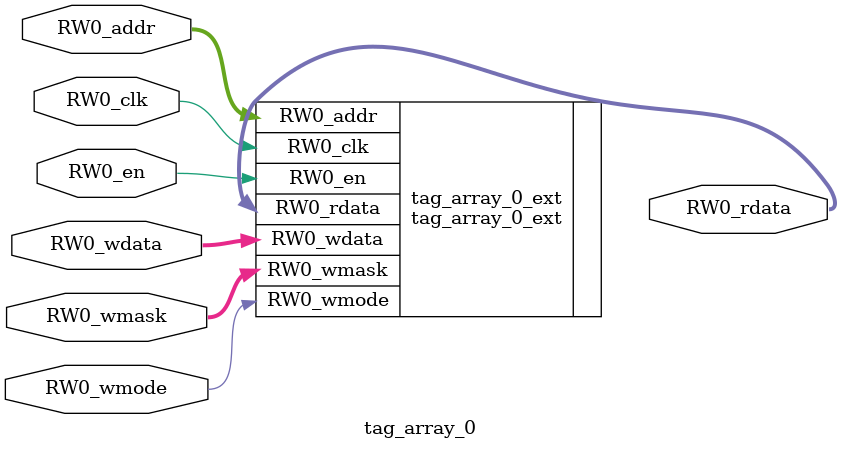
<source format=sv>
`ifndef RANDOMIZE
  `ifdef RANDOMIZE_REG_INIT
    `define RANDOMIZE
  `endif // RANDOMIZE_REG_INIT
`endif // not def RANDOMIZE
`ifndef RANDOMIZE
  `ifdef RANDOMIZE_MEM_INIT
    `define RANDOMIZE
  `endif // RANDOMIZE_MEM_INIT
`endif // not def RANDOMIZE

`ifndef RANDOM
  `define RANDOM $random
`endif // not def RANDOM

// Users can define 'PRINTF_COND' to add an extra gate to prints.
`ifndef PRINTF_COND_
  `ifdef PRINTF_COND
    `define PRINTF_COND_ (`PRINTF_COND)
  `else  // PRINTF_COND
    `define PRINTF_COND_ 1
  `endif // PRINTF_COND
`endif // not def PRINTF_COND_

// Users can define 'ASSERT_VERBOSE_COND' to add an extra gate to assert error printing.
`ifndef ASSERT_VERBOSE_COND_
  `ifdef ASSERT_VERBOSE_COND
    `define ASSERT_VERBOSE_COND_ (`ASSERT_VERBOSE_COND)
  `else  // ASSERT_VERBOSE_COND
    `define ASSERT_VERBOSE_COND_ 1
  `endif // ASSERT_VERBOSE_COND
`endif // not def ASSERT_VERBOSE_COND_

// Users can define 'STOP_COND' to add an extra gate to stop conditions.
`ifndef STOP_COND_
  `ifdef STOP_COND
    `define STOP_COND_ (`STOP_COND)
  `else  // STOP_COND
    `define STOP_COND_ 1
  `endif // STOP_COND
`endif // not def STOP_COND_

// Users can define INIT_RANDOM as general code that gets injected into the
// initializer block for modules with registers.
`ifndef INIT_RANDOM
  `define INIT_RANDOM
`endif // not def INIT_RANDOM

// If using random initialization, you can also define RANDOMIZE_DELAY to
// customize the delay used, otherwise 0.002 is used.
`ifndef RANDOMIZE_DELAY
  `define RANDOMIZE_DELAY 0.002
`endif // not def RANDOMIZE_DELAY

// Define INIT_RANDOM_PROLOG_ for use in our modules below.
`ifndef INIT_RANDOM_PROLOG_
  `ifdef RANDOMIZE
    `ifdef VERILATOR
      `define INIT_RANDOM_PROLOG_ `INIT_RANDOM
    `else  // VERILATOR
      `define INIT_RANDOM_PROLOG_ `INIT_RANDOM #`RANDOMIZE_DELAY begin end
    `endif // VERILATOR
  `else  // RANDOMIZE
    `define INIT_RANDOM_PROLOG_
  `endif // RANDOMIZE
`endif // not def INIT_RANDOM_PROLOG_

module tag_array_0(	// @[DescribedSRAM.scala:17:26]
  input  [5:0]  RW0_addr,
  input         RW0_en,
                RW0_clk,
                RW0_wmode,
  input  [41:0] RW0_wdata,
  input  [1:0]  RW0_wmask,
  output [41:0] RW0_rdata
);

  tag_array_0_ext tag_array_0_ext (	// @[DescribedSRAM.scala:17:26]
    .RW0_addr  (RW0_addr),
    .RW0_en    (RW0_en),
    .RW0_clk   (RW0_clk),
    .RW0_wmode (RW0_wmode),
    .RW0_wdata (RW0_wdata),
    .RW0_wmask (RW0_wmask),
    .RW0_rdata (RW0_rdata)
  );
endmodule


</source>
